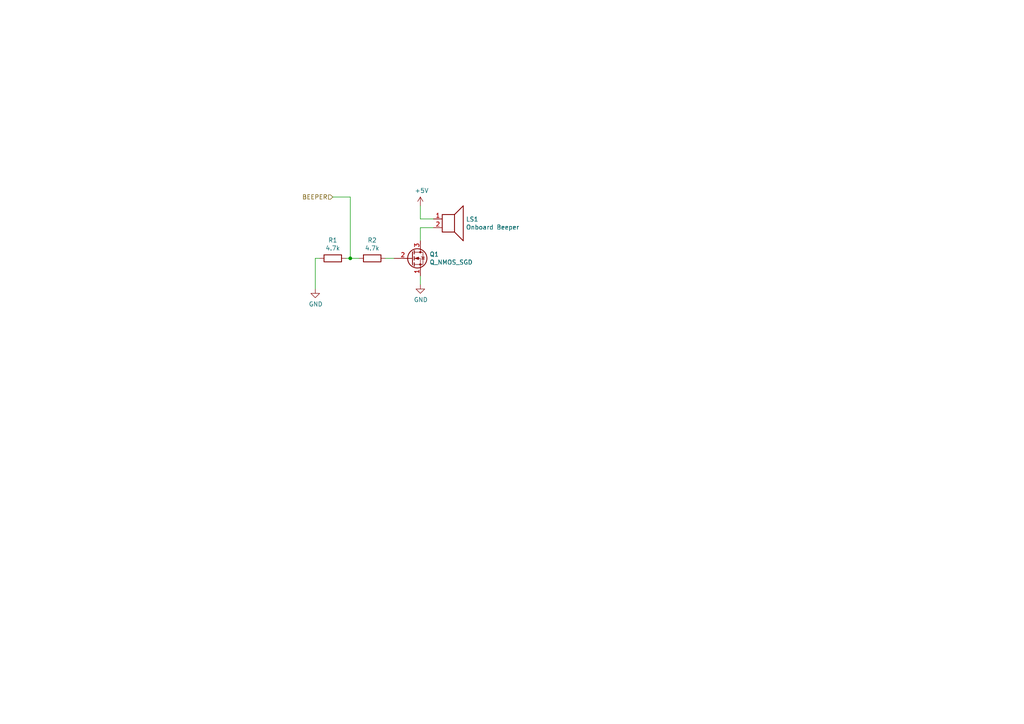
<source format=kicad_sch>
(kicad_sch (version 20211123) (generator eeschema)
  (paper "A4")
  (lib_symbols
    (symbol "Device:Q_NMOS_SGD" (pin_names (offset 0) hide)
      (property "Reference" "Q" (at 5.08 1.27 0))
      (property "Value" "Q_NMOS_SGD" (at 5.08 -1.27 0))
      (symbol "Q_NMOS_SGD_0_1"
        (polyline (pts (xy 0.254 0) (xy -2.54 0)))
        (polyline (pts (xy 0.254 1.905) (xy 0.254 -1.905)) (stroke (width 0.254)))
        (polyline (pts (xy 0.762 -1.27) (xy 0.762 -2.286)) (stroke (width 0.254)))
        (polyline (pts (xy 0.762 0.508) (xy 0.762 -0.508)) (stroke (width 0.254)))
        (polyline (pts (xy 0.762 2.286) (xy 0.762 1.27)) (stroke (width 0.254)))
        (polyline (pts (xy 2.54 2.54) (xy 2.54 1.778)))
        (polyline (pts (xy 2.54 -2.54) (xy 2.54 0) (xy 0.762 0)))
        (polyline (pts (xy 0.762 -1.778) (xy 3.302 -1.778) (xy 3.302 1.778) (xy 0.762 1.778)))
        (polyline (pts (xy 1.016 0) (xy 2.032 0.381) (xy 2.032 -0.381) (xy 1.016 0)) (fill (type outline)))
        (polyline (pts (xy 2.794 0.508) (xy 2.921 0.381) (xy 3.683 0.381) (xy 3.81 0.254)))
        (polyline (pts (xy 3.302 0.381) (xy 2.921 -0.254) (xy 3.683 -0.254) (xy 3.302 0.381)))
        (circle (center 1.651 0) (radius 2.794) (stroke (width 0.254)))
        (circle (center 2.54 -1.778) (radius 0.254) (fill (type outline)))
        (circle (center 2.54 1.778) (radius 0.254) (fill (type outline)))
      )
      (symbol "Q_NMOS_SGD_1_1"
        (pin passive line (at 2.54 -5.08 90) (length 2.54) (name "S") (number "1"))
        (pin input line (at -5.08 0 0) (length 5.08) (name "G") (number "2"))
        (pin passive line (at 2.54 5.08 270) (length 2.54) (name "D") (number "3"))
      )
    )
    (symbol "Device:R" (pin_numbers hide) (pin_names (offset 0))
      (property "Reference" "R" (at 2.032 0 90))
      (property "Value" "R" (at 0 0 90))
      (symbol "R_0_1"
        (rectangle (start -1.016 -2.54) (end 1.016 2.54) (stroke (width 0.254)))
      )
      (symbol "R_1_1"
        (pin passive line (at 0 3.81 270) (length 1.27) (name "~") (number "1"))
        (pin passive line (at 0 -3.81 90) (length 1.27) (name "~") (number "2"))
      )
    )
    (symbol "Device:Speaker" (pin_names (offset 0) hide)
      (property "Reference" "LS" (at 1.27 5.715 0))
      (property "Value" "Speaker" (at 1.27 3.81 0))
      (symbol "Speaker_0_0"
        (rectangle (start -2.54 1.27) (end 1.016 -3.81) (stroke (width 0.254)))
        (polyline (pts (xy 1.016 1.27) (xy 3.556 3.81) (xy 3.556 -6.35) (xy 1.016 -3.81)) (stroke (width 0.254)))
      )
      (symbol "Speaker_1_1"
        (pin input line (at -5.08 0 0) (length 2.54) (name "1") (number "1"))
        (pin input line (at -5.08 -2.54 0) (length 2.54) (name "2") (number "2"))
      )
    )
    (symbol "power:+5V" (power) (pin_names (offset 0))
      (property "Value" "+5V" (at 0 3.556 0))
      (symbol "+5V_0_1"
        (polyline (pts (xy -0.762 1.27) (xy 0 2.54)))
        (polyline (pts (xy 0 0) (xy 0 2.54)))
        (polyline (pts (xy 0 2.54) (xy 0.762 1.27)))
      )
      (symbol "+5V_1_1"
        (pin power_in line (at 0 0 90) (length 0) hide (name "+5V") (number "1"))
      )
    )
    (symbol "power:GND" (power) (pin_names (offset 0))
      (property "Value" "GND" (at 0 -3.81 0))
      (symbol "GND_0_1"
        (polyline (pts (xy 0 0) (xy 0 -1.27) (xy 1.27 -1.27) (xy 0 -2.54) (xy -1.27 -1.27) (xy 0 -1.27)))
      )
      (symbol "GND_1_1"
        (pin power_in line (at 0 0 270) (length 0) hide (name "GND") (number "1"))
      )
    )
  )
  (junction (at 101.6 74.93))
  (wire (pts (xy 101.6 74.93) (xy 101.6 57.15)))
  (wire (pts (xy 125.73 63.5) (xy 121.92 63.5)))
  (wire (pts (xy 121.92 80.01) (xy 121.92 82.55)))
  (wire (pts (xy 92.71 74.93) (xy 91.44 74.93)))
  (wire (pts (xy 101.6 74.93) (xy 100.33 74.93)))
  (wire (pts (xy 91.44 74.93) (xy 91.44 83.82)))
  (wire (pts (xy 104.14 74.93) (xy 101.6 74.93)))
  (wire (pts (xy 121.92 66.04) (xy 121.92 69.85)))
  (wire (pts (xy 121.92 63.5) (xy 121.92 59.69)))
  (wire (pts (xy 114.3 74.93) (xy 111.76 74.93)))
  (wire (pts (xy 101.6 57.15) (xy 96.52 57.15)))
  (wire (pts (xy 125.73 66.04) (xy 121.92 66.04)))
  (hierarchical_label "BEEPER" (shape input) (at 96.52 57.15 180))
  (symbol (lib_id "Device:Speaker") (at 130.81 63.5 0) (unit 1)
    (property "Reference" "LS1" (at 135.128 63.6016 0) (effects (justify left)))
    (property "Value" "Onboard Beeper" (at 135.128 65.913 0) (effects (justify left)))
  )
  (symbol (lib_id "Device:Q_NMOS_SGD") (at 119.38 74.93 0) (unit 1)
    (property "Reference" "Q1" (at 124.5616 73.7616 0) (effects (justify left)))
    (property "Value" "Q_NMOS_SGD" (at 124.5616 76.073 0) (effects (justify left)))
  )
  (symbol (lib_id "power:+5V") (at 121.92 59.69 0) (unit 1)
    (property "Reference" "#PWR?" (effects hide))
    (property "Value" "+5V" (at 122.301 55.2958 0))
  )
  (symbol (lib_id "Device:R") (at 107.95 74.93 270) (unit 1)
    (property "Reference" "R2" (at 107.95 69.6722 90))
    (property "Value" "4.7k" (at 107.95 71.9836 90))
  )
  (symbol (lib_id "Device:R") (at 96.52 74.93 270) (unit 1)
    (property "Reference" "R1" (at 96.52 69.6722 90))
    (property "Value" "4.7k" (at 96.52 71.9836 90))
  )
  (symbol (lib_id "power:GND") (at 121.92 82.55 0) (unit 1)
    (property "Reference" "#PWR?" (effects hide))
    (property "Value" "GND" (at 122.047 86.9442 0))
  )
  (symbol (lib_id "power:GND") (at 91.44 83.82 0) (unit 1)
    (property "Reference" "#PWR?" (effects hide))
    (property "Value" "GND" (at 91.567 88.2142 0))
  )
)
</source>
